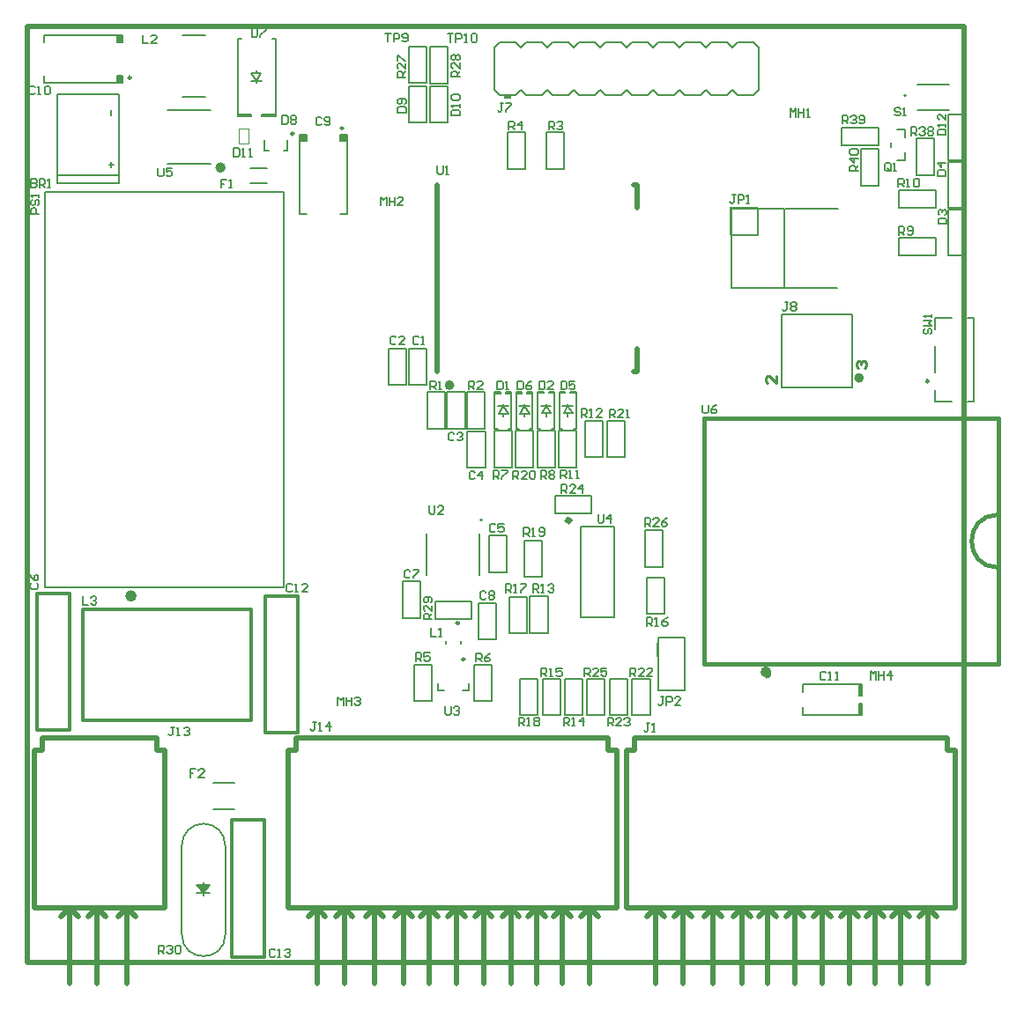
<source format=gto>
G04*
G04 #@! TF.GenerationSoftware,Altium Limited,Altium Designer,21.2.0 (30)*
G04*
G04 Layer_Color=65535*
%FSLAX44Y44*%
%MOMM*%
G71*
G04*
G04 #@! TF.SameCoordinates,3859F847-68DD-49E8-8EE8-84FD9F862EB9*
G04*
G04*
G04 #@! TF.FilePolarity,Positive*
G04*
G01*
G75*
%ADD10C,0.5000*%
%ADD11C,1.0000*%
%ADD12C,0.4000*%
%ADD13C,0.2000*%
%ADD14C,0.2500*%
%ADD15C,0.1524*%
%ADD16C,0.1270*%
%ADD17C,0.3000*%
%ADD18C,0.1500*%
%ADD19C,0.1778*%
%ADD20C,0.1000*%
%ADD21C,0.2540*%
%ADD22C,0.1800*%
%ADD23R,0.2540X1.3970*%
%ADD24R,0.2540X2.7940*%
%ADD25R,2.6289X0.2540*%
%ADD26R,0.8000X0.3600*%
%ADD27R,0.5500X0.6750*%
%ADD28R,0.6750X0.5500*%
G36*
X802249Y248495D02*
Y237495D01*
X799249D01*
Y248495D01*
X802249D01*
D02*
G37*
G36*
X802300Y256300D02*
Y267300D01*
X799300D01*
Y256300D01*
X802300D01*
D02*
G37*
D10*
X102900Y352200D02*
G03*
X102900Y352200I-3000J0D01*
G01*
X801600Y561897D02*
G03*
X801600Y561897I-2164J0D01*
G01*
X408015Y554850D02*
G03*
X408015Y554850I-2115J0D01*
G01*
X521763Y424700D02*
G03*
X521763Y424700I-1513J0D01*
G01*
X188432Y764050D02*
G03*
X188432Y764050I-2482J0D01*
G01*
X865600Y-20250D02*
Y52350D01*
X839350Y-20250D02*
Y52350D01*
X831000Y44000D02*
X839350Y52350D01*
X847700Y44000D01*
X857250D02*
X865600Y52350D01*
X873950Y44000D01*
X790000Y-20250D02*
Y52350D01*
X763750Y-20250D02*
Y52350D01*
X737750Y-20250D02*
Y52350D01*
X711500Y-20250D02*
Y52350D01*
X686800Y-20250D02*
Y52350D01*
X658800Y-20250D02*
Y52350D01*
X629950Y-20250D02*
Y52350D01*
X603750Y-20250D02*
Y52350D01*
X806450Y44050D02*
X814800Y52400D01*
X823150Y44050D01*
X583850Y204000D02*
Y215550D01*
X575850Y204000D02*
X583850D01*
Y215550D02*
X883850D01*
Y203850D02*
Y215550D01*
Y203850D02*
X892000D01*
Y52400D02*
Y203850D01*
X575850Y52400D02*
X892000D01*
X575850D02*
Y204000D01*
X814800Y-20200D02*
Y52400D01*
X595400Y44000D02*
X603750Y52350D01*
X612100Y44000D01*
X621600D02*
X629950Y52350D01*
X638300Y44000D01*
X650450D02*
X658800Y52350D01*
X667150Y44000D01*
X678450D02*
X686800Y52350D01*
X695150Y44000D01*
X703150D02*
X711500Y52350D01*
X719850Y44000D01*
X729400D02*
X737750Y52350D01*
X746100Y44000D01*
X755400D02*
X763750Y52350D01*
X772100Y44000D01*
X781650D02*
X790000Y52350D01*
X798350Y44000D01*
X96150Y-20300D02*
Y52300D01*
X67300Y-20300D02*
Y52300D01*
X41100Y-20300D02*
Y52300D01*
X14850Y204000D02*
Y215550D01*
X6850Y204000D02*
X14850D01*
Y215550D02*
X124450D01*
Y203850D02*
Y215550D01*
Y203850D02*
X132350D01*
X6850Y52400D02*
X132350D01*
X6850D02*
Y204000D01*
X32750Y43950D02*
X41100Y52300D01*
X49450Y43950D01*
X58950D02*
X67300Y52300D01*
X75650Y43950D01*
X87800D02*
X96150Y52300D01*
X104500Y43950D01*
X132350Y52400D02*
Y203850D01*
X582750Y747700D02*
X586250D01*
X582750D02*
X586250D01*
Y725200D02*
Y747700D01*
Y725200D02*
Y747700D01*
Y567700D02*
Y590200D01*
Y567700D02*
Y590200D01*
X582750Y567700D02*
X586250D01*
X582750D02*
X586250D01*
X394250D02*
Y747700D01*
Y567700D02*
Y747700D01*
X464800Y52350D02*
X473150Y44000D01*
X456450D02*
X464800Y52350D01*
X438550D02*
X446900Y44000D01*
X430200D02*
X438550Y52350D01*
X412550D02*
X420900Y44000D01*
X404200D02*
X412550Y52350D01*
X386300D02*
X394650Y44000D01*
X377950D02*
X386300Y52350D01*
X361600D02*
X369950Y44000D01*
X353250D02*
X361600Y52350D01*
X333600D02*
X341950Y44000D01*
X325250D02*
X333600Y52350D01*
X304750D02*
X313100Y44000D01*
X296400D02*
X304750Y52350D01*
X278550D02*
X286900Y44000D01*
X270200D02*
X278550Y52350D01*
X489600Y-20200D02*
Y52400D01*
X250650D02*
Y204000D01*
Y52400D02*
X566800D01*
Y203850D01*
X558650D02*
X566800D01*
X558650D02*
Y215550D01*
X258650D02*
X558650D01*
X250650Y204000D02*
X258650D01*
Y215550D01*
X489600Y52400D02*
X497950Y44050D01*
X481250D02*
X489600Y52400D01*
X278550Y-20250D02*
Y52350D01*
X304750Y-20250D02*
Y52350D01*
X333600Y-20250D02*
Y52350D01*
X361600Y-20250D02*
Y52350D01*
X386300Y-20250D02*
Y52350D01*
X412550Y-20250D02*
Y52350D01*
X438550Y-20250D02*
Y52350D01*
X464800Y-20250D02*
Y52350D01*
X540400D02*
X548750Y44000D01*
X532050D02*
X540400Y52350D01*
X514150D02*
X522500Y44000D01*
X505800D02*
X514150Y52350D01*
Y-20250D02*
Y52350D01*
X540400Y-20250D02*
Y52350D01*
X0Y900000D02*
X900000D01*
X0Y0D02*
X900000D01*
X0D02*
Y900000D01*
X900000D02*
X900000Y0D01*
D11*
X709899Y279124D02*
G03*
X710400Y279100I218J-704D01*
G01*
D12*
X932950Y430300D02*
G03*
X932950Y379500I0J-25400D01*
G01*
X650756Y286800D02*
Y523100D01*
X932950Y286800D02*
Y411250D01*
Y523100D01*
X650756D02*
X932950D01*
X650756Y286800D02*
X932950D01*
D13*
X437500Y425250D02*
G03*
X437500Y425250I-1000J0D01*
G01*
X844500Y833500D02*
G03*
X844500Y833500I-1000J0D01*
G01*
X593900Y380100D02*
Y415100D01*
X610900D01*
Y380100D02*
Y415100D01*
X593900Y380100D02*
X610900D01*
X507200Y476000D02*
Y511000D01*
X490200Y476000D02*
X507200D01*
X490200D02*
Y511000D01*
X507200D01*
X465700Y475800D02*
Y510800D01*
X448700Y475800D02*
X465700D01*
X448700D02*
Y510800D01*
X465700D01*
X536400Y485500D02*
Y520500D01*
X553400D01*
Y485500D02*
Y520500D01*
X536400Y485500D02*
X553400D01*
X498600Y524725D02*
Y527725D01*
Y534725D02*
Y536725D01*
X494600Y527725D02*
X503600D01*
X498600Y534725D02*
X503600Y527725D01*
X494600D02*
X498600Y534725D01*
X493600D02*
X503600D01*
X477800Y524600D02*
Y527600D01*
Y534600D02*
Y536600D01*
X473800Y527600D02*
X482800D01*
X477800Y534600D02*
X482800Y527600D01*
X473800D02*
X477800Y534600D01*
X472800D02*
X482800D01*
X507200Y448200D02*
X542200D01*
Y431200D02*
Y448200D01*
X507200Y431200D02*
X542200D01*
X507200D02*
Y448200D01*
X612400Y334900D02*
Y369900D01*
X595400Y334900D02*
X612400D01*
X595400D02*
Y369900D01*
X612400D01*
X581500Y237700D02*
Y272700D01*
X598500D01*
Y237700D02*
Y272700D01*
X581500Y237700D02*
X598500D01*
X576800Y237700D02*
Y272700D01*
X559800Y237700D02*
X576800D01*
X559800D02*
Y272700D01*
X576800D01*
X555275Y237700D02*
Y272700D01*
X538275Y237700D02*
X555275D01*
X538275D02*
Y272700D01*
X555275D01*
X533750Y237700D02*
Y272700D01*
X516750Y237700D02*
X533750D01*
X516750D02*
Y272700D01*
X533750D01*
X512225Y237700D02*
Y272700D01*
X495225Y237700D02*
X512225D01*
X495225D02*
Y272700D01*
X512225D01*
X473700Y237700D02*
Y272700D01*
X490700D01*
Y237700D02*
Y272700D01*
X473700Y237700D02*
X490700D01*
X483300Y316600D02*
Y351600D01*
X500300D01*
Y316600D02*
Y351600D01*
X483300Y316600D02*
X500300D01*
X480100Y316500D02*
Y351500D01*
X463100Y316500D02*
X480100D01*
X463100D02*
Y351500D01*
X480100D01*
X478100Y370300D02*
X495100D01*
Y405300D01*
X478100D02*
X495100D01*
X478100Y370300D02*
Y405300D01*
X443900Y375100D02*
Y410100D01*
X460900D01*
Y375100D02*
Y410100D01*
X443900Y375100D02*
X460900D01*
X429900Y251200D02*
X446900D01*
Y286200D01*
X429900D02*
X446900D01*
X429900Y251200D02*
Y286200D01*
X745300Y259300D02*
Y267300D01*
X799300D01*
Y256300D02*
Y267300D01*
Y256300D02*
X802300D01*
Y267300D01*
X799300D02*
X802300D01*
X745249Y237495D02*
Y245495D01*
Y237495D02*
X799249D01*
Y248495D01*
X802249D01*
Y237495D02*
Y248495D01*
X799249Y237495D02*
X802249D01*
X725394Y552448D02*
Y622857D01*
X793034Y622857D01*
X725394Y552448D02*
X793034Y552448D01*
Y622857D01*
X837800Y679600D02*
X872800D01*
X837800D02*
Y696600D01*
X872800D01*
Y679600D02*
Y696600D01*
X783000Y785500D02*
X818000D01*
X783000D02*
Y802500D01*
X818000D01*
Y785500D02*
Y802500D01*
X837800Y725600D02*
X872800D01*
X837800D02*
Y742600D01*
X872800D01*
Y725600D02*
Y742600D01*
X854400Y757000D02*
Y792000D01*
X871400D01*
Y757000D02*
Y792000D01*
X854400Y757000D02*
X871400D01*
X885100Y771500D02*
Y815500D01*
X902100D01*
Y771500D02*
Y815500D01*
X885100Y771500D02*
X902100D01*
X499300Y762800D02*
X516300D01*
Y797800D01*
X499300D02*
X516300D01*
X499300Y762800D02*
Y797800D01*
X461400Y762800D02*
X478400D01*
Y797800D01*
X461400D02*
X478400D01*
X461400Y762800D02*
Y797800D01*
X387300Y845100D02*
Y880100D01*
X404300D01*
Y845100D02*
Y880100D01*
X387300Y845100D02*
X404300D01*
X366900Y845200D02*
Y880200D01*
X383900D01*
Y845200D02*
Y880200D01*
X366900Y845200D02*
X383900D01*
X404200Y807500D02*
Y842500D01*
X387200Y807500D02*
X404200D01*
X387200D02*
Y842500D01*
X404200D01*
X384000Y807500D02*
Y842500D01*
X367000Y807500D02*
X384000D01*
X367000D02*
Y842500D01*
X384000D01*
X361000Y331100D02*
Y366100D01*
X378000D01*
Y331100D02*
Y366100D01*
X361000Y331100D02*
X378000D01*
X702700Y838600D02*
Y879400D01*
X697700Y833600D02*
X702700Y838600D01*
X697700Y884400D02*
X702700Y879400D01*
X682300Y884400D02*
X697700D01*
X682300Y833600D02*
X697700D01*
X677300Y838600D02*
X682300Y833600D01*
X677300Y879400D02*
X682300Y884400D01*
X672300Y833600D02*
X677300Y838600D01*
X672300Y884400D02*
X677300Y879400D01*
X656900Y884400D02*
X672300D01*
X656900Y833600D02*
X672300D01*
X651900Y838600D02*
X656900Y833600D01*
X651900Y879400D02*
X656900Y884400D01*
X646900Y833600D02*
X651900Y838600D01*
X646900Y884400D02*
X651900Y879400D01*
X631500Y884400D02*
X646900D01*
X631500Y833600D02*
X646900D01*
X626500Y879400D02*
X631500Y884400D01*
X626500Y838600D02*
X631500Y833600D01*
X621500D02*
X626500Y838600D01*
X621500Y884400D02*
X626500Y879400D01*
X606100Y833600D02*
X621500D01*
X606100Y884400D02*
X621500D01*
X601100Y838600D02*
X606100Y833600D01*
X601100Y879400D02*
X606100Y884400D01*
X596100Y833600D02*
X601100Y838600D01*
X596100Y884400D02*
X601100Y879400D01*
X580700Y884400D02*
X596100D01*
X580700Y833600D02*
X596100D01*
X575700Y838600D02*
X580700Y833600D01*
X575700Y879400D02*
X580700Y884400D01*
X570700D02*
X575700Y879400D01*
X570700Y833600D02*
X575700Y838600D01*
X555300Y833600D02*
X570700D01*
X555300Y884400D02*
X570700D01*
X550300Y838600D02*
X555300Y833600D01*
X550300Y879400D02*
X555300Y884400D01*
X545300Y833600D02*
X550300Y838600D01*
X545300Y884400D02*
X550300Y879400D01*
X529900Y833600D02*
X545300D01*
X529900Y884400D02*
X545300D01*
X524900Y838600D02*
X529900Y833600D01*
X524900Y879400D02*
X529900Y884400D01*
X519900D02*
X524900Y879400D01*
X519900Y833600D02*
X524900Y838600D01*
X504500Y833600D02*
X519900D01*
X504500Y884400D02*
X519900D01*
X499500Y879400D02*
X504500Y884400D01*
X499500Y838600D02*
X504500Y833600D01*
X494500D02*
X499500Y838600D01*
X494500Y884400D02*
X499500Y879400D01*
X479100Y833600D02*
X494500D01*
X479100Y884400D02*
X494500D01*
X474100Y879400D02*
X479100Y884400D01*
X474100Y838600D02*
X479100Y833600D01*
X469100D02*
X474100Y838600D01*
X469100Y884400D02*
X474100Y879400D01*
X453700Y833600D02*
X469100D01*
X453700Y884400D02*
X469100D01*
X448700Y879400D02*
X453700Y884400D01*
X448700Y838600D02*
X453700Y833600D01*
X448700Y838600D02*
Y879400D01*
X532200Y331750D02*
X564200D01*
X532200Y419250D02*
X564200D01*
Y331750D02*
Y419250D01*
X532200Y331750D02*
Y419250D01*
X372300Y251100D02*
Y286100D01*
X389300D01*
Y251100D02*
Y286100D01*
X372300Y251100D02*
X389300D01*
X424700Y261400D02*
Y268400D01*
X418700Y261400D02*
X424700D01*
X394700D02*
Y268400D01*
Y261400D02*
X400700D01*
X416700Y305970D02*
Y309230D01*
X402700Y305970D02*
Y309230D01*
X433400Y345200D02*
X450400D01*
X433400Y310200D02*
Y345200D01*
Y310200D02*
X450400D01*
Y345200D01*
X392100Y346600D02*
X427100D01*
Y329600D02*
Y346600D01*
X392100Y329600D02*
X427100D01*
X392100D02*
Y346600D01*
X528100Y476000D02*
Y511000D01*
X511100Y476000D02*
X528100D01*
X511100D02*
Y511000D01*
X528100D01*
X514600Y534700D02*
X524600D01*
X515600Y527700D02*
X519600Y534700D01*
X524600Y527700D01*
X515600D02*
X524600D01*
X519600Y534700D02*
Y536700D01*
Y524700D02*
Y527700D01*
X452300Y534575D02*
X462300D01*
X453300Y527575D02*
X457300Y534575D01*
X462300Y527575D01*
X453300D02*
X462300D01*
X457300Y534575D02*
Y536575D01*
Y524575D02*
Y527575D01*
X469400Y510900D02*
X486400D01*
X469400Y475900D02*
Y510900D01*
Y475900D02*
X486400D01*
Y510900D01*
X557600Y485500D02*
X574600D01*
Y520500D01*
X557600D02*
X574600D01*
X557600Y485500D02*
Y520500D01*
X423100Y513100D02*
X440100D01*
Y548100D01*
X423100D02*
X440100D01*
X423100Y513100D02*
Y548100D01*
X384300Y548100D02*
X401300D01*
X384300Y513100D02*
Y548100D01*
Y513100D02*
X401300D01*
Y548100D01*
X423200Y475500D02*
Y510500D01*
X440200D01*
Y475500D02*
Y510500D01*
X423200Y475500D02*
X440200D01*
X403700Y513100D02*
Y548100D01*
X420700D01*
Y513100D02*
Y548100D01*
X403700Y513100D02*
X420700D01*
X347400Y554900D02*
Y589900D01*
X364400D01*
Y554900D02*
Y589900D01*
X347400Y554900D02*
X364400D01*
X366900D02*
Y589900D01*
X383900D01*
Y554900D02*
Y589900D01*
X366900Y554900D02*
X383900D01*
X872250Y539350D02*
Y550350D01*
Y566850D02*
Y592350D01*
Y608850D02*
Y619850D01*
X903750D02*
X909750D01*
X872250D02*
X888250D01*
X909750Y539350D02*
Y619850D01*
X903750Y539350D02*
X909750D01*
X872250D02*
X888250D01*
X885200Y725500D02*
X902200D01*
Y769500D01*
X885200D02*
X902200D01*
X885200Y725500D02*
Y769500D01*
X885300Y679500D02*
X902300D01*
Y723500D01*
X885300D02*
X902300D01*
X885300Y679500D02*
Y723500D01*
X829700Y783400D02*
Y788400D01*
X835700Y800400D02*
X843700D01*
Y793150D02*
Y800400D01*
X835700Y771400D02*
X843700D01*
Y778650D01*
X801300Y781900D02*
X818300D01*
X801300Y746900D02*
Y781900D01*
Y746900D02*
X818300D01*
Y781900D01*
X86550Y852050D02*
X92050D01*
X86550Y845300D02*
Y852050D01*
Y884550D02*
Y891300D01*
Y884550D02*
X92050D01*
X16050D02*
Y891300D01*
X92050Y884550D02*
Y891300D01*
X16050Y845300D02*
Y852050D01*
X92050Y845300D02*
Y852050D01*
X16050Y891300D02*
X92050D01*
X16050Y845300D02*
X92050D01*
X214300Y763250D02*
X230300D01*
X214300Y748750D02*
X230300D01*
X149000Y831700D02*
X171000D01*
X149000Y891700D02*
X171000D01*
X202700Y813600D02*
X215700D01*
X202700D02*
Y887600D01*
X215700Y813600D02*
Y815100D01*
X202700D02*
X215700D01*
X225700D02*
X238700D01*
X225700Y813600D02*
Y815100D01*
X202700Y887600D02*
X205950D01*
X225700Y813600D02*
X238700D01*
X235450Y887600D02*
X238700D01*
Y813600D02*
Y887600D01*
X215700Y847600D02*
X225700D01*
X220700D02*
X224700Y854600D01*
X215700D02*
X220700Y847600D01*
X215700Y854600D02*
X224700D01*
X220700Y845600D02*
Y847600D01*
Y854600D02*
Y857600D01*
X228400Y780450D02*
X231900D01*
X228400D02*
Y790450D01*
X246900Y780450D02*
X250400D01*
Y790450D01*
X301050Y790000D02*
Y795500D01*
Y790000D02*
X307800D01*
X261800D02*
X268550D01*
Y795500D01*
X261800Y719500D02*
X268550D01*
X261800Y795500D02*
X268550D01*
X301050Y719500D02*
X307800D01*
X301050Y795500D02*
X307800D01*
X261800Y719500D02*
Y795500D01*
X307800Y719500D02*
Y795500D01*
D14*
X420600Y291300D02*
G03*
X420600Y291300I-1250J0D01*
G01*
X414950Y326100D02*
G03*
X414950Y326100I-1250J0D01*
G01*
X866300Y558600D02*
G03*
X866300Y558600I-1250J0D01*
G01*
X99800Y850550D02*
G03*
X99800Y850550I-1250J0D01*
G01*
X256150Y796700D02*
G03*
X256150Y796700I-1250J0D01*
G01*
X303800Y802000D02*
G03*
X303800Y802000I-1250J0D01*
G01*
D15*
X148772Y26674D02*
G03*
X190428Y26674I20828J0D01*
G01*
Y112526D02*
G03*
X169600Y133354I-20828J0D01*
G01*
D02*
G03*
X148772Y112526I0J-20828D01*
G01*
X190428Y26674D02*
Y112526D01*
X148772Y26674D02*
Y112526D01*
X163000Y74496D02*
X175700D01*
X169350Y66876D02*
X170620Y74496D01*
X169350Y66876D02*
X171890Y74496D01*
X169350Y66876D02*
X173160Y74496D01*
X169350Y66876D02*
X174430Y74496D01*
X169350Y66876D02*
X175700Y74496D01*
X168080D02*
X169350Y66876D01*
X166810Y74496D02*
X169350Y66876D01*
X165540Y74496D02*
X169350Y66876D01*
X164270Y74496D02*
X169350Y66876D01*
X163000Y74496D02*
X169350Y66876D01*
X163000D02*
X175700D01*
X169350Y64336D02*
Y77036D01*
X134680Y819520D02*
X176720D01*
X134680Y767480D02*
X176720D01*
D16*
X16900Y360200D02*
X246900D01*
Y740200D01*
X16900D02*
X246900D01*
X16900Y360200D02*
Y740200D01*
X434650Y372250D02*
Y412250D01*
X384250Y372250D02*
Y412250D01*
X179200Y146800D02*
X199200D01*
X179200Y172200D02*
X199200D01*
X855500Y844000D02*
X885500D01*
X855500Y819000D02*
X885500D01*
X81150Y814200D02*
Y819200D01*
Y764200D02*
Y769200D01*
X78650Y766700D02*
X83650D01*
X29250Y756700D02*
X88200D01*
Y749204D02*
Y756700D01*
X29200Y834204D02*
X88200D01*
Y756700D02*
Y834204D01*
X29200Y749204D02*
Y834204D01*
Y749204D02*
X88200D01*
D17*
X9650Y223300D02*
X40600D01*
Y354800D01*
X9650D02*
X40600D01*
X9650Y223300D02*
Y354800D01*
X215500Y232950D02*
Y338950D01*
X53950Y232950D02*
X215500D01*
X53950D02*
Y338950D01*
X215500D01*
X259850Y220500D02*
Y352000D01*
X228900Y220500D02*
X259850D01*
X228900D02*
Y352000D01*
X259850D01*
X196950Y5200D02*
Y136550D01*
X227900D01*
Y5200D02*
Y136550D01*
X196950Y5200D02*
X227900D01*
D18*
X490600Y548505D02*
X496060D01*
Y547235D02*
Y548505D01*
X491870Y547235D02*
X496060D01*
X490600Y512945D02*
X493350D01*
X490600D02*
Y548505D01*
X491870Y547235D01*
X501140Y548505D02*
X506600D01*
X501140Y547235D02*
Y548505D01*
Y547235D02*
X505330D01*
X503850Y512945D02*
X506600D01*
Y548505D01*
X505330Y547235D02*
X506600Y548505D01*
X469800Y548380D02*
X475260D01*
Y547110D02*
Y548380D01*
X471070Y547110D02*
X475260D01*
X469800Y512820D02*
X472550D01*
X469800D02*
Y548380D01*
X471070Y547110D01*
X480340Y548380D02*
X485800D01*
X480340Y547110D02*
Y548380D01*
Y547110D02*
X484530D01*
X483050Y512820D02*
X485800D01*
Y548380D01*
X484530Y547110D02*
X485800Y548380D01*
X526330Y547210D02*
X527600Y548480D01*
Y512920D02*
Y548480D01*
X524850Y512920D02*
X527600D01*
X522140Y547210D02*
X526330D01*
X522140D02*
Y548480D01*
X527600D01*
X511600D02*
X512870Y547210D01*
X511600Y512920D02*
Y548480D01*
Y512920D02*
X514350D01*
X512870Y547210D02*
X517060D01*
Y548480D01*
X511600D02*
X517060D01*
X464030Y547085D02*
X465300Y548355D01*
Y512795D02*
Y548355D01*
X462550Y512795D02*
X465300D01*
X459840Y547085D02*
X464030D01*
X459840D02*
Y548355D01*
X465300D01*
X449300D02*
X450570Y547085D01*
X449300Y512795D02*
Y548355D01*
Y512795D02*
X452050D01*
X450570Y547085D02*
X454760D01*
Y548355D01*
X449300D02*
X454760D01*
D19*
X606600Y312300D02*
X632000D01*
X606600Y261500D02*
Y312300D01*
Y261500D02*
X632000D01*
Y312300D01*
X727800Y648300D02*
X778600D01*
X728689Y724498D02*
X779489D01*
X677000Y699100D02*
X702400Y699100D01*
Y724500D01*
X677000D02*
X727800D01*
Y648300D02*
Y724500D01*
X677000Y648300D02*
X727800D01*
X677000D02*
Y724500D01*
D20*
X212550Y787250D02*
Y801700D01*
X203100Y787250D02*
Y801700D01*
X212550D01*
X203100Y787250D02*
X212550D01*
D21*
X798318Y571701D02*
X796652Y573367D01*
Y576700D01*
X798318Y578366D01*
X799984D01*
X801650Y576700D01*
Y575033D01*
Y576700D01*
X803316Y578366D01*
X804983D01*
X806649Y576700D01*
Y573367D01*
X804983Y571701D01*
X719929Y563719D02*
Y557054D01*
X713264Y563719D01*
X711598D01*
X709932Y562052D01*
Y558720D01*
X711598Y557054D01*
D22*
X810337Y271901D02*
Y279899D01*
X813003Y277233D01*
X815668Y279899D01*
Y271901D01*
X818334Y279899D02*
Y271901D01*
Y275900D01*
X823666D01*
Y279899D01*
Y271901D01*
X830330D02*
Y279899D01*
X826332Y275900D01*
X831663D01*
X298637Y247001D02*
Y254999D01*
X301303Y252333D01*
X303968Y254999D01*
Y247001D01*
X306634Y254999D02*
Y247001D01*
Y251000D01*
X311966D01*
Y254999D01*
Y247001D01*
X314632Y253666D02*
X315965Y254999D01*
X318630D01*
X319963Y253666D01*
Y252333D01*
X318630Y251000D01*
X317297D01*
X318630D01*
X319963Y249667D01*
Y248334D01*
X318630Y247001D01*
X315965D01*
X314632Y248334D01*
X798499Y760537D02*
X790501D01*
Y764536D01*
X791834Y765868D01*
X794500D01*
X795833Y764536D01*
Y760537D01*
Y763203D02*
X798499Y765868D01*
Y772533D02*
X790501D01*
X794500Y768534D01*
Y773866D01*
X791834Y776532D02*
X790501Y777865D01*
Y780530D01*
X791834Y781863D01*
X797166D01*
X798499Y780530D01*
Y777865D01*
X797166Y776532D01*
X791834D01*
X783337Y806301D02*
Y814299D01*
X787336D01*
X788668Y812966D01*
Y810300D01*
X787336Y808967D01*
X783337D01*
X786003D02*
X788668Y806301D01*
X791334Y812966D02*
X792667Y814299D01*
X795333D01*
X796666Y812966D01*
Y811633D01*
X795333Y810300D01*
X794000D01*
X795333D01*
X796666Y808967D01*
Y807634D01*
X795333Y806301D01*
X792667D01*
X791334Y807634D01*
X799332D02*
X800665Y806301D01*
X803330D01*
X804663Y807634D01*
Y812966D01*
X803330Y814299D01*
X800665D01*
X799332Y812966D01*
Y811633D01*
X800665Y810300D01*
X804663D01*
X849537Y795001D02*
Y802999D01*
X853536D01*
X854868Y801666D01*
Y799000D01*
X853536Y797667D01*
X849537D01*
X852203D02*
X854868Y795001D01*
X857534Y801666D02*
X858867Y802999D01*
X861533D01*
X862866Y801666D01*
Y800333D01*
X861533Y799000D01*
X860200D01*
X861533D01*
X862866Y797667D01*
Y796334D01*
X861533Y795001D01*
X858867D01*
X857534Y796334D01*
X865532Y801666D02*
X866864Y802999D01*
X869530D01*
X870863Y801666D01*
Y800333D01*
X869530Y799000D01*
X870863Y797667D01*
Y796334D01*
X869530Y795001D01*
X866864D01*
X865532Y796334D01*
Y797667D01*
X866864Y799000D01*
X865532Y800333D01*
Y801666D01*
X866864Y799000D02*
X869530D01*
X829700Y762034D02*
Y767366D01*
X828367Y768699D01*
X825701D01*
X824368Y767366D01*
Y762034D01*
X825701Y760701D01*
X828367D01*
X827034Y763367D02*
X829700Y760701D01*
X828367D02*
X829700Y762034D01*
X832366Y760701D02*
X835032D01*
X833699D01*
Y768699D01*
X832366Y767366D01*
X874901Y795503D02*
X882899D01*
Y799502D01*
X881566Y800835D01*
X876234D01*
X874901Y799502D01*
Y795503D01*
X882899Y803501D02*
Y806167D01*
Y804834D01*
X874901D01*
X876234Y803501D01*
X882899Y815497D02*
Y810165D01*
X877567Y815497D01*
X876234D01*
X874901Y814164D01*
Y811498D01*
X876234Y810165D01*
X649236Y535899D02*
Y529234D01*
X650568Y527901D01*
X653234D01*
X654567Y529234D01*
Y535899D01*
X662564D02*
X659899Y534566D01*
X657233Y531900D01*
Y529234D01*
X658566Y527901D01*
X661232D01*
X662564Y529234D01*
Y530567D01*
X661232Y531900D01*
X657233D01*
X125836Y763699D02*
Y757034D01*
X127168Y755701D01*
X129834D01*
X131167Y757034D01*
Y763699D01*
X139164D02*
X133833D01*
Y759700D01*
X136499Y761033D01*
X137832D01*
X139164Y759700D01*
Y757034D01*
X137832Y755701D01*
X135166D01*
X133833Y757034D01*
X548535Y430399D02*
Y423734D01*
X549868Y422401D01*
X552534D01*
X553867Y423734D01*
Y430399D01*
X560532Y422401D02*
Y430399D01*
X556533Y426400D01*
X561865D01*
X401936Y245999D02*
Y239334D01*
X403268Y238001D01*
X405934D01*
X407267Y239334D01*
Y245999D01*
X409933Y244666D02*
X411266Y245999D01*
X413932D01*
X415265Y244666D01*
Y243333D01*
X413932Y242000D01*
X412599D01*
X413932D01*
X415265Y240667D01*
Y239334D01*
X413932Y238001D01*
X411266D01*
X409933Y239334D01*
X386535Y438799D02*
Y432134D01*
X387868Y430801D01*
X390534D01*
X391867Y432134D01*
Y438799D01*
X399865Y430801D02*
X394533D01*
X399865Y436133D01*
Y437466D01*
X398532Y438799D01*
X395866D01*
X394533Y437466D01*
X394368Y765599D02*
Y758934D01*
X395701Y757601D01*
X398367D01*
X399700Y758934D01*
Y765599D01*
X402366Y757601D02*
X405032D01*
X403699D01*
Y765599D01*
X402366Y764266D01*
X404204Y892899D02*
X409536D01*
X406870D01*
Y884901D01*
X412202D02*
Y892899D01*
X416201D01*
X417534Y891566D01*
Y888900D01*
X416201Y887567D01*
X412202D01*
X420199Y884901D02*
X422865D01*
X421532D01*
Y892899D01*
X420199Y891566D01*
X426864D02*
X428197Y892899D01*
X430863D01*
X432196Y891566D01*
Y886234D01*
X430863Y884901D01*
X428197D01*
X426864Y886234D01*
Y891566D01*
X344337Y892999D02*
X349668D01*
X347003D01*
Y885001D01*
X352334D02*
Y892999D01*
X356333D01*
X357666Y891666D01*
Y889000D01*
X356333Y887667D01*
X352334D01*
X360332Y886334D02*
X361665Y885001D01*
X364330D01*
X365663Y886334D01*
Y891666D01*
X364330Y892999D01*
X361665D01*
X360332Y891666D01*
Y890333D01*
X361665Y889000D01*
X365663D01*
X862734Y609401D02*
X861401Y608068D01*
Y605403D01*
X862734Y604070D01*
X864067D01*
X865400Y605403D01*
Y608068D01*
X866733Y609401D01*
X868066D01*
X869399Y608068D01*
Y605403D01*
X868066Y604070D01*
X861401Y612067D02*
X869399D01*
X866733Y614733D01*
X869399Y617399D01*
X861401D01*
X869399Y620065D02*
Y622730D01*
Y621397D01*
X861401D01*
X862734Y620065D01*
X839000Y820566D02*
X837667Y821899D01*
X835001D01*
X833668Y820566D01*
Y819233D01*
X835001Y817900D01*
X837667D01*
X839000Y816567D01*
Y815234D01*
X837667Y813901D01*
X835001D01*
X833668Y815234D01*
X841666Y813901D02*
X844332D01*
X842999D01*
Y821899D01*
X841666Y820566D01*
X126437Y8201D02*
Y16199D01*
X130435D01*
X131768Y14866D01*
Y12200D01*
X130435Y10867D01*
X126437D01*
X129103D02*
X131768Y8201D01*
X134434Y14866D02*
X135767Y16199D01*
X138433D01*
X139766Y14866D01*
Y13533D01*
X138433Y12200D01*
X137100D01*
X138433D01*
X139766Y10867D01*
Y9534D01*
X138433Y8201D01*
X135767D01*
X134434Y9534D01*
X142432Y14866D02*
X143764Y16199D01*
X146430D01*
X147763Y14866D01*
Y9534D01*
X146430Y8201D01*
X143764D01*
X142432Y9534D01*
Y14866D01*
X389199Y329737D02*
X381201D01*
Y333736D01*
X382534Y335068D01*
X385200D01*
X386533Y333736D01*
Y329737D01*
Y332403D02*
X389199Y335068D01*
Y343066D02*
Y337734D01*
X383867Y343066D01*
X382534D01*
X381201Y341733D01*
Y339067D01*
X382534Y337734D01*
X387866Y345732D02*
X389199Y347065D01*
Y349730D01*
X387866Y351063D01*
X382534D01*
X381201Y349730D01*
Y347065D01*
X382534Y345732D01*
X383867D01*
X385200Y347065D01*
Y351063D01*
X415799Y851337D02*
X407801D01*
Y855335D01*
X409134Y856668D01*
X411800D01*
X413133Y855335D01*
Y851337D01*
Y854003D02*
X415799Y856668D01*
Y864666D02*
Y859334D01*
X410467Y864666D01*
X409134D01*
X407801Y863333D01*
Y860667D01*
X409134Y859334D01*
Y867332D02*
X407801Y868664D01*
Y871330D01*
X409134Y872663D01*
X410467D01*
X411800Y871330D01*
X413133Y872663D01*
X414466D01*
X415799Y871330D01*
Y868664D01*
X414466Y867332D01*
X413133D01*
X411800Y868664D01*
X410467Y867332D01*
X409134D01*
X411800Y868664D02*
Y871330D01*
X363599Y850937D02*
X355601D01*
Y854936D01*
X356934Y856268D01*
X359600D01*
X360933Y854936D01*
Y850937D01*
Y853603D02*
X363599Y856268D01*
Y864266D02*
Y858934D01*
X358267Y864266D01*
X356934D01*
X355601Y862933D01*
Y860267D01*
X356934Y858934D01*
X355601Y866932D02*
Y872263D01*
X356934D01*
X362266Y866932D01*
X363599D01*
X593637Y419101D02*
Y427099D01*
X597635D01*
X598968Y425766D01*
Y423100D01*
X597635Y421767D01*
X593637D01*
X596303D02*
X598968Y419101D01*
X606966D02*
X601634D01*
X606966Y424433D01*
Y425766D01*
X605633Y427099D01*
X602967D01*
X601634Y425766D01*
X614963Y427099D02*
X612297Y425766D01*
X609632Y423100D01*
Y420434D01*
X610965Y419101D01*
X613630D01*
X614963Y420434D01*
Y421767D01*
X613630Y423100D01*
X609632D01*
X535637Y274901D02*
Y282899D01*
X539636D01*
X540968Y281566D01*
Y278900D01*
X539636Y277567D01*
X535637D01*
X538303D02*
X540968Y274901D01*
X548966D02*
X543634D01*
X548966Y280233D01*
Y281566D01*
X547633Y282899D01*
X544967D01*
X543634Y281566D01*
X556963Y282899D02*
X551632D01*
Y278900D01*
X554297Y280233D01*
X555630D01*
X556963Y278900D01*
Y276234D01*
X555630Y274901D01*
X552965D01*
X551632Y276234D01*
X513537Y451301D02*
Y459299D01*
X517536D01*
X518868Y457966D01*
Y455300D01*
X517536Y453967D01*
X513537D01*
X516203D02*
X518868Y451301D01*
X526866D02*
X521534D01*
X526866Y456633D01*
Y457966D01*
X525533Y459299D01*
X522867D01*
X521534Y457966D01*
X533530Y451301D02*
Y459299D01*
X529532Y455300D01*
X534863D01*
X557837Y227201D02*
Y235199D01*
X561836D01*
X563168Y233866D01*
Y231200D01*
X561836Y229867D01*
X557837D01*
X560503D02*
X563168Y227201D01*
X571166D02*
X565834D01*
X571166Y232533D01*
Y233866D01*
X569833Y235199D01*
X567167D01*
X565834Y233866D01*
X573832D02*
X575164Y235199D01*
X577830D01*
X579163Y233866D01*
Y232533D01*
X577830Y231200D01*
X576497D01*
X577830D01*
X579163Y229867D01*
Y228534D01*
X577830Y227201D01*
X575164D01*
X573832Y228534D01*
X579537Y274901D02*
Y282899D01*
X583535D01*
X584868Y281566D01*
Y278900D01*
X583535Y277567D01*
X579537D01*
X582203D02*
X584868Y274901D01*
X592866D02*
X587534D01*
X592866Y280233D01*
Y281566D01*
X591533Y282899D01*
X588867D01*
X587534Y281566D01*
X600863Y274901D02*
X595532D01*
X600863Y280233D01*
Y281566D01*
X599530Y282899D01*
X596865D01*
X595532Y281566D01*
X559670Y523901D02*
Y531899D01*
X563668D01*
X565001Y530566D01*
Y527900D01*
X563668Y526567D01*
X559670D01*
X562336D02*
X565001Y523901D01*
X572999D02*
X567667D01*
X572999Y529233D01*
Y530566D01*
X571666Y531899D01*
X569000D01*
X567667Y530566D01*
X575664Y523901D02*
X578330D01*
X576997D01*
Y531899D01*
X575664Y530566D01*
X466937Y464601D02*
Y472599D01*
X470936D01*
X472268Y471266D01*
Y468600D01*
X470936Y467267D01*
X466937D01*
X469603D02*
X472268Y464601D01*
X480266D02*
X474934D01*
X480266Y469933D01*
Y471266D01*
X478933Y472599D01*
X476267D01*
X474934Y471266D01*
X482932D02*
X484264Y472599D01*
X486930D01*
X488263Y471266D01*
Y465934D01*
X486930Y464601D01*
X484264D01*
X482932Y465934D01*
Y471266D01*
X477203Y409701D02*
Y417699D01*
X481202D01*
X482535Y416366D01*
Y413700D01*
X481202Y412367D01*
X477203D01*
X479869D02*
X482535Y409701D01*
X485201D02*
X487866D01*
X486534D01*
Y417699D01*
X485201Y416366D01*
X491865Y411034D02*
X493198Y409701D01*
X495864D01*
X497197Y411034D01*
Y416366D01*
X495864Y417699D01*
X493198D01*
X491865Y416366D01*
Y415033D01*
X493198Y413700D01*
X497197D01*
X472403Y227401D02*
Y235399D01*
X476402D01*
X477735Y234066D01*
Y231400D01*
X476402Y230067D01*
X472403D01*
X475069D02*
X477735Y227401D01*
X480401D02*
X483066D01*
X481734D01*
Y235399D01*
X480401Y234066D01*
X487065D02*
X488398Y235399D01*
X491064D01*
X492397Y234066D01*
Y232733D01*
X491064Y231400D01*
X492397Y230067D01*
Y228734D01*
X491064Y227401D01*
X488398D01*
X487065Y228734D01*
Y230067D01*
X488398Y231400D01*
X487065Y232733D01*
Y234066D01*
X488398Y231400D02*
X491064D01*
X459903Y355501D02*
Y363499D01*
X463902D01*
X465235Y362166D01*
Y359500D01*
X463902Y358167D01*
X459903D01*
X462569D02*
X465235Y355501D01*
X467901D02*
X470566D01*
X469234D01*
Y363499D01*
X467901Y362166D01*
X474565Y363499D02*
X479897D01*
Y362166D01*
X474565Y356834D01*
Y355501D01*
X595503Y323401D02*
Y331399D01*
X599502D01*
X600835Y330066D01*
Y327400D01*
X599502Y326067D01*
X595503D01*
X598169D02*
X600835Y323401D01*
X603501D02*
X606166D01*
X604834D01*
Y331399D01*
X603501Y330066D01*
X615497Y331399D02*
X612831Y330066D01*
X610165Y327400D01*
Y324734D01*
X611498Y323401D01*
X614164D01*
X615497Y324734D01*
Y326067D01*
X614164Y327400D01*
X610165D01*
X494003Y274801D02*
Y282799D01*
X498002D01*
X499335Y281466D01*
Y278800D01*
X498002Y277467D01*
X494003D01*
X496669D02*
X499335Y274801D01*
X502001D02*
X504666D01*
X503334D01*
Y282799D01*
X502001Y281466D01*
X513997Y282799D02*
X508665D01*
Y278800D01*
X511331Y280133D01*
X512664D01*
X513997Y278800D01*
Y276134D01*
X512664Y274801D01*
X509998D01*
X508665Y276134D01*
X515703Y227401D02*
Y235399D01*
X519702D01*
X521035Y234066D01*
Y231400D01*
X519702Y230067D01*
X515703D01*
X518369D02*
X521035Y227401D01*
X523701D02*
X526366D01*
X525033D01*
Y235399D01*
X523701Y234066D01*
X534364Y227401D02*
Y235399D01*
X530365Y231400D01*
X535697D01*
X486003Y355801D02*
Y363799D01*
X490002D01*
X491335Y362466D01*
Y359800D01*
X490002Y358467D01*
X486003D01*
X488669D02*
X491335Y355801D01*
X494001D02*
X496666D01*
X495334D01*
Y363799D01*
X494001Y362466D01*
X500665D02*
X501998Y363799D01*
X504664D01*
X505997Y362466D01*
Y361133D01*
X504664Y359800D01*
X503331D01*
X504664D01*
X505997Y358467D01*
Y357134D01*
X504664Y355801D01*
X501998D01*
X500665Y357134D01*
X532503Y524101D02*
Y532099D01*
X536502D01*
X537835Y530766D01*
Y528100D01*
X536502Y526767D01*
X532503D01*
X535169D02*
X537835Y524101D01*
X540501D02*
X543167D01*
X541834D01*
Y532099D01*
X540501Y530766D01*
X552497Y524101D02*
X547165D01*
X552497Y529433D01*
Y530766D01*
X551164Y532099D01*
X548498D01*
X547165Y530766D01*
X512936Y465301D02*
Y473299D01*
X516935D01*
X518268Y471966D01*
Y469300D01*
X516935Y467967D01*
X512936D01*
X515602D02*
X518268Y465301D01*
X520934D02*
X523599D01*
X522267D01*
Y473299D01*
X520934Y471966D01*
X527598Y465301D02*
X530264D01*
X528931D01*
Y473299D01*
X527598Y471966D01*
X837203Y745401D02*
Y753399D01*
X841202D01*
X842535Y752066D01*
Y749400D01*
X841202Y748067D01*
X837203D01*
X839869D02*
X842535Y745401D01*
X845201D02*
X847867D01*
X846534D01*
Y753399D01*
X845201Y752066D01*
X851865D02*
X853198Y753399D01*
X855864D01*
X857197Y752066D01*
Y746734D01*
X855864Y745401D01*
X853198D01*
X851865Y746734D01*
Y752066D01*
X837736Y699401D02*
Y707399D01*
X841734D01*
X843067Y706066D01*
Y703400D01*
X841734Y702067D01*
X837736D01*
X840401D02*
X843067Y699401D01*
X845733Y700734D02*
X847066Y699401D01*
X849732D01*
X851065Y700734D01*
Y706066D01*
X849732Y707399D01*
X847066D01*
X845733Y706066D01*
Y704733D01*
X847066Y703400D01*
X851065D01*
X493635Y464801D02*
Y472799D01*
X497634D01*
X498967Y471466D01*
Y468800D01*
X497634Y467467D01*
X493635D01*
X496301D02*
X498967Y464801D01*
X501633Y471466D02*
X502966Y472799D01*
X505632D01*
X506964Y471466D01*
Y470133D01*
X505632Y468800D01*
X506964Y467467D01*
Y466134D01*
X505632Y464801D01*
X502966D01*
X501633Y466134D01*
Y467467D01*
X502966Y468800D01*
X501633Y470133D01*
Y471466D01*
X502966Y468800D02*
X505632D01*
X448036Y464801D02*
Y472799D01*
X452034D01*
X453367Y471466D01*
Y468800D01*
X452034Y467467D01*
X448036D01*
X450701D02*
X453367Y464801D01*
X456033Y472799D02*
X461365D01*
Y471466D01*
X456033Y466134D01*
Y464801D01*
X431535Y289001D02*
Y296999D01*
X435534D01*
X436867Y295666D01*
Y293000D01*
X435534Y291667D01*
X431535D01*
X434201D02*
X436867Y289001D01*
X444865Y296999D02*
X442199Y295666D01*
X439533Y293000D01*
Y290334D01*
X440866Y289001D01*
X443532D01*
X444865Y290334D01*
Y291667D01*
X443532Y293000D01*
X439533D01*
X373635Y289501D02*
Y297499D01*
X377634D01*
X378967Y296166D01*
Y293500D01*
X377634Y292167D01*
X373635D01*
X376301D02*
X378967Y289501D01*
X386964Y297499D02*
X381633D01*
Y293500D01*
X384299Y294833D01*
X385632D01*
X386964Y293500D01*
Y290834D01*
X385632Y289501D01*
X382966D01*
X381633Y290834D01*
X462935Y800601D02*
Y808599D01*
X466934D01*
X468267Y807266D01*
Y804600D01*
X466934Y803267D01*
X462935D01*
X465601D02*
X468267Y800601D01*
X474932D02*
Y808599D01*
X470933Y804600D01*
X476264D01*
X501236Y800501D02*
Y808499D01*
X505234D01*
X506567Y807166D01*
Y804500D01*
X505234Y803167D01*
X501236D01*
X503901D02*
X506567Y800501D01*
X509233Y807166D02*
X510566Y808499D01*
X513232D01*
X514565Y807166D01*
Y805833D01*
X513232Y804500D01*
X511899D01*
X513232D01*
X514565Y803167D01*
Y801834D01*
X513232Y800501D01*
X510566D01*
X509233Y801834D01*
X424436Y550901D02*
Y558899D01*
X428434D01*
X429767Y557566D01*
Y554900D01*
X428434Y553567D01*
X424436D01*
X427101D02*
X429767Y550901D01*
X437765D02*
X432433D01*
X437765Y556233D01*
Y557566D01*
X436432Y558899D01*
X433766D01*
X432433Y557566D01*
X387468Y551001D02*
Y558999D01*
X391467D01*
X392800Y557666D01*
Y555000D01*
X391467Y553667D01*
X387468D01*
X390134D02*
X392800Y551001D01*
X395466D02*
X398132D01*
X396799D01*
Y558999D01*
X395466Y557666D01*
X11699Y719770D02*
X3701D01*
Y723768D01*
X5034Y725101D01*
X7700D01*
X9033Y723768D01*
Y719770D01*
X5034Y733099D02*
X3701Y731766D01*
Y729100D01*
X5034Y727767D01*
X6367D01*
X7700Y729100D01*
Y731766D01*
X9033Y733099D01*
X10366D01*
X11699Y731766D01*
Y729100D01*
X10366Y727767D01*
X11699Y735764D02*
Y738430D01*
Y737097D01*
X3701D01*
X5034Y735764D01*
X340037Y727601D02*
Y735599D01*
X342703Y732933D01*
X345368Y735599D01*
Y727601D01*
X348034Y735599D02*
Y727601D01*
Y731600D01*
X353366D01*
Y735599D01*
Y727601D01*
X361363D02*
X356032D01*
X361363Y732933D01*
Y734266D01*
X360030Y735599D01*
X357365D01*
X356032Y734266D01*
X733270Y812701D02*
Y820699D01*
X735936Y818033D01*
X738601Y820699D01*
Y812701D01*
X741267Y820699D02*
Y812701D01*
Y816700D01*
X746599D01*
Y820699D01*
Y812701D01*
X749265D02*
X751930D01*
X750597D01*
Y820699D01*
X749265Y819366D01*
X53436Y351799D02*
Y343801D01*
X58767D01*
X61433Y350466D02*
X62766Y351799D01*
X65432D01*
X66764Y350466D01*
Y349133D01*
X65432Y347800D01*
X64099D01*
X65432D01*
X66764Y346467D01*
Y345134D01*
X65432Y343801D01*
X62766D01*
X61433Y345134D01*
X111035Y891699D02*
Y883701D01*
X116367D01*
X124365D02*
X119033D01*
X124365Y889033D01*
Y890366D01*
X123032Y891699D01*
X120366D01*
X119033Y890366D01*
X387768Y321299D02*
Y313301D01*
X393100D01*
X395766D02*
X398432D01*
X397099D01*
Y321299D01*
X395766Y319966D01*
X611768Y255399D02*
X609103D01*
X610435D01*
Y248734D01*
X609103Y247401D01*
X607770D01*
X606437Y248734D01*
X614434Y247401D02*
Y255399D01*
X618433D01*
X619766Y254066D01*
Y251400D01*
X618433Y250067D01*
X614434D01*
X627763Y247401D02*
X622432D01*
X627763Y252733D01*
Y254066D01*
X626430Y255399D01*
X623764D01*
X622432Y254066D01*
X680701Y737999D02*
X678036D01*
X679368D01*
Y731334D01*
X678036Y730001D01*
X676703D01*
X675370Y731334D01*
X683367Y730001D02*
Y737999D01*
X687366D01*
X688699Y736666D01*
Y734000D01*
X687366Y732667D01*
X683367D01*
X691365Y730001D02*
X694030D01*
X692697D01*
Y737999D01*
X691365Y736666D01*
X277635Y230499D02*
X274969D01*
X276302D01*
Y223834D01*
X274969Y222501D01*
X273636D01*
X272303Y223834D01*
X280301Y222501D02*
X282966D01*
X281633D01*
Y230499D01*
X280301Y229166D01*
X290964Y222501D02*
Y230499D01*
X286965Y226500D01*
X292297D01*
X141335Y226099D02*
X138669D01*
X140002D01*
Y219434D01*
X138669Y218101D01*
X137336D01*
X136003Y219434D01*
X144001Y218101D02*
X146666D01*
X145333D01*
Y226099D01*
X144001Y224766D01*
X150665D02*
X151998Y226099D01*
X154664D01*
X155997Y224766D01*
Y223433D01*
X154664Y222100D01*
X153331D01*
X154664D01*
X155997Y220767D01*
Y219434D01*
X154664Y218101D01*
X151998D01*
X150665Y219434D01*
X731067Y634499D02*
X728401D01*
X729734D01*
Y627834D01*
X728401Y626501D01*
X727068D01*
X725735Y627834D01*
X733733Y633166D02*
X735066Y634499D01*
X737732D01*
X739064Y633166D01*
Y631833D01*
X737732Y630500D01*
X739064Y629167D01*
Y627834D01*
X737732Y626501D01*
X735066D01*
X733733Y627834D01*
Y629167D01*
X735066Y630500D01*
X733733Y631833D01*
Y633166D01*
X735066Y630500D02*
X737732D01*
X457367Y825899D02*
X454701D01*
X456034D01*
Y819234D01*
X454701Y817901D01*
X453368D01*
X452035Y819234D01*
X460033Y825899D02*
X465364D01*
Y824566D01*
X460033Y819234D01*
Y817901D01*
X597900Y229699D02*
X595234D01*
X596567D01*
Y223034D01*
X595234Y221701D01*
X593901D01*
X592568Y223034D01*
X600566Y221701D02*
X603232D01*
X601899D01*
Y229699D01*
X600566Y228366D01*
X162267Y185899D02*
X156936D01*
Y181900D01*
X159601D01*
X156936D01*
Y177901D01*
X170264D02*
X164933D01*
X170264Y183233D01*
Y184566D01*
X168932Y185899D01*
X166266D01*
X164933Y184566D01*
X191600Y752599D02*
X186268D01*
Y748600D01*
X188934D01*
X186268D01*
Y744601D01*
X194266D02*
X196932D01*
X195599D01*
Y752599D01*
X194266Y751266D01*
X198636Y782799D02*
Y774801D01*
X202635D01*
X203968Y776134D01*
Y781466D01*
X202635Y782799D01*
X198636D01*
X206633Y774801D02*
X209299D01*
X207966D01*
Y782799D01*
X206633Y781466D01*
X213298Y774801D02*
X215964D01*
X214631D01*
Y782799D01*
X213298Y781466D01*
X407801Y814203D02*
X415799D01*
Y818202D01*
X414466Y819535D01*
X409134D01*
X407801Y818202D01*
Y814203D01*
X415799Y822201D02*
Y824866D01*
Y823534D01*
X407801D01*
X409134Y822201D01*
Y828865D02*
X407801Y830198D01*
Y832864D01*
X409134Y834197D01*
X414466D01*
X415799Y832864D01*
Y830198D01*
X414466Y828865D01*
X409134D01*
X356001Y817036D02*
X363999D01*
Y821034D01*
X362666Y822367D01*
X357334D01*
X356001Y821034D01*
Y817036D01*
X362666Y825033D02*
X363999Y826366D01*
Y829032D01*
X362666Y830365D01*
X357334D01*
X356001Y829032D01*
Y826366D01*
X357334Y825033D01*
X358667D01*
X360000Y826366D01*
Y830365D01*
X245336Y813899D02*
Y805901D01*
X249334D01*
X250667Y807234D01*
Y812566D01*
X249334Y813899D01*
X245336D01*
X253333Y812566D02*
X254666Y813899D01*
X257332D01*
X258664Y812566D01*
Y811233D01*
X257332Y809900D01*
X258664Y808567D01*
Y807234D01*
X257332Y805901D01*
X254666D01*
X253333Y807234D01*
Y808567D01*
X254666Y809900D01*
X253333Y811233D01*
Y812566D01*
X254666Y809900D02*
X257332D01*
X216035Y897999D02*
Y890001D01*
X220034D01*
X221367Y891334D01*
Y896666D01*
X220034Y897999D01*
X216035D01*
X224033D02*
X229364D01*
Y896666D01*
X224033Y891334D01*
Y890001D01*
X471335Y558699D02*
Y550701D01*
X475334D01*
X476667Y552034D01*
Y557366D01*
X475334Y558699D01*
X471335D01*
X484664D02*
X481999Y557366D01*
X479333Y554700D01*
Y552034D01*
X480666Y550701D01*
X483332D01*
X484664Y552034D01*
Y553367D01*
X483332Y554700D01*
X479333D01*
X513036Y558699D02*
Y550701D01*
X517034D01*
X518367Y552034D01*
Y557366D01*
X517034Y558699D01*
X513036D01*
X526365D02*
X521033D01*
Y554700D01*
X523699Y556033D01*
X525032D01*
X526365Y554700D01*
Y552034D01*
X525032Y550701D01*
X522366D01*
X521033Y552034D01*
X874701Y756236D02*
X882699D01*
Y760234D01*
X881366Y761567D01*
X876034D01*
X874701Y760234D01*
Y756236D01*
X882699Y768232D02*
X874701D01*
X878700Y764233D01*
Y769565D01*
X875401Y710236D02*
X883399D01*
Y714234D01*
X882066Y715567D01*
X876734D01*
X875401Y714234D01*
Y710236D01*
X876734Y718233D02*
X875401Y719566D01*
Y722232D01*
X876734Y723565D01*
X878067D01*
X879400Y722232D01*
Y720899D01*
Y722232D01*
X880733Y723565D01*
X882066D01*
X883399Y722232D01*
Y719566D01*
X882066Y718233D01*
X492035Y558699D02*
Y550701D01*
X496034D01*
X497367Y552034D01*
Y557366D01*
X496034Y558699D01*
X492035D01*
X505364Y550701D02*
X500033D01*
X505364Y556033D01*
Y557366D01*
X504032Y558699D01*
X501366D01*
X500033Y557366D01*
X451868Y558699D02*
Y550701D01*
X455867D01*
X457200Y552034D01*
Y557366D01*
X455867Y558699D01*
X451868D01*
X459866Y550701D02*
X462532D01*
X461199D01*
Y558699D01*
X459866Y557366D01*
X238335Y11466D02*
X237002Y12799D01*
X234336D01*
X233003Y11466D01*
Y6134D01*
X234336Y4801D01*
X237002D01*
X238335Y6134D01*
X241001Y4801D02*
X243666D01*
X242334D01*
Y12799D01*
X241001Y11466D01*
X247665D02*
X248998Y12799D01*
X251664D01*
X252997Y11466D01*
Y10133D01*
X251664Y8800D01*
X250331D01*
X251664D01*
X252997Y7467D01*
Y6134D01*
X251664Y4801D01*
X248998D01*
X247665Y6134D01*
X254735Y362666D02*
X253402Y363999D01*
X250736D01*
X249403Y362666D01*
Y357334D01*
X250736Y356001D01*
X253402D01*
X254735Y357334D01*
X257401Y356001D02*
X260066D01*
X258734D01*
Y363999D01*
X257401Y362666D01*
X269397Y356001D02*
X264065D01*
X269397Y361333D01*
Y362666D01*
X268064Y363999D01*
X265398D01*
X264065Y362666D01*
X767468Y277966D02*
X766135Y279299D01*
X763469D01*
X762136Y277966D01*
Y272634D01*
X763469Y271301D01*
X766135D01*
X767468Y272634D01*
X770134Y271301D02*
X772799D01*
X771467D01*
Y279299D01*
X770134Y277966D01*
X776798Y271301D02*
X779464D01*
X778131D01*
Y279299D01*
X776798Y277966D01*
X7535Y840966D02*
X6202Y842299D01*
X3536D01*
X2203Y840966D01*
Y835634D01*
X3536Y834301D01*
X6202D01*
X7535Y835634D01*
X10201Y834301D02*
X12866D01*
X11534D01*
Y842299D01*
X10201Y840966D01*
X16865D02*
X18198Y842299D01*
X20864D01*
X22197Y840966D01*
Y835634D01*
X20864Y834301D01*
X18198D01*
X16865Y835634D01*
Y840966D01*
X283067Y811366D02*
X281734Y812699D01*
X279068D01*
X277736Y811366D01*
Y806034D01*
X279068Y804701D01*
X281734D01*
X283067Y806034D01*
X285733D02*
X287066Y804701D01*
X289732D01*
X291064Y806034D01*
Y811366D01*
X289732Y812699D01*
X287066D01*
X285733Y811366D01*
Y810033D01*
X287066Y808700D01*
X291064D01*
X440967Y355366D02*
X439634Y356699D01*
X436968D01*
X435635Y355366D01*
Y350034D01*
X436968Y348701D01*
X439634D01*
X440967Y350034D01*
X443633Y355366D02*
X444966Y356699D01*
X447632D01*
X448965Y355366D01*
Y354033D01*
X447632Y352700D01*
X448965Y351367D01*
Y350034D01*
X447632Y348701D01*
X444966D01*
X443633Y350034D01*
Y351367D01*
X444966Y352700D01*
X443633Y354033D01*
Y355366D01*
X444966Y352700D02*
X447632D01*
X368167Y376066D02*
X366834Y377399D01*
X364168D01*
X362836Y376066D01*
Y370734D01*
X364168Y369401D01*
X366834D01*
X368167Y370734D01*
X370833Y377399D02*
X376165D01*
Y376066D01*
X370833Y370734D01*
Y369401D01*
X4134Y364467D02*
X2801Y363134D01*
Y360468D01*
X4134Y359136D01*
X9466D01*
X10799Y360468D01*
Y363134D01*
X9466Y364467D01*
X2801Y372464D02*
X4134Y369799D01*
X6800Y367133D01*
X9466D01*
X10799Y368466D01*
Y371132D01*
X9466Y372464D01*
X8133D01*
X6800Y371132D01*
Y367133D01*
X449967Y420166D02*
X448634Y421499D01*
X445968D01*
X444636Y420166D01*
Y414834D01*
X445968Y413501D01*
X448634D01*
X449967Y414834D01*
X457965Y421499D02*
X452633D01*
Y417500D01*
X455299Y418833D01*
X456632D01*
X457965Y417500D01*
Y414834D01*
X456632Y413501D01*
X453966D01*
X452633Y414834D01*
X430317Y470866D02*
X428984Y472199D01*
X426318D01*
X424986Y470866D01*
Y465534D01*
X426318Y464201D01*
X428984D01*
X430317Y465534D01*
X436982Y464201D02*
Y472199D01*
X432983Y468200D01*
X438315D01*
X410467Y508166D02*
X409134Y509499D01*
X406468D01*
X405135Y508166D01*
Y502834D01*
X406468Y501501D01*
X409134D01*
X410467Y502834D01*
X413133Y508166D02*
X414466Y509499D01*
X417132D01*
X418465Y508166D01*
Y506833D01*
X417132Y505500D01*
X415799D01*
X417132D01*
X418465Y504167D01*
Y502834D01*
X417132Y501501D01*
X414466D01*
X413133Y502834D01*
X354567Y600666D02*
X353234Y601999D01*
X350568D01*
X349235Y600666D01*
Y595334D01*
X350568Y594001D01*
X353234D01*
X354567Y595334D01*
X362565Y594001D02*
X357233D01*
X362565Y599333D01*
Y600666D01*
X361232Y601999D01*
X358566D01*
X357233Y600666D01*
X376300Y600566D02*
X374967Y601899D01*
X372301D01*
X370968Y600566D01*
Y595234D01*
X372301Y593901D01*
X374967D01*
X376300Y595234D01*
X378966Y593901D02*
X381632D01*
X380299D01*
Y601899D01*
X378966Y600566D01*
X3970Y752899D02*
Y744901D01*
X7968D01*
X9301Y746234D01*
Y747567D01*
X7968Y748900D01*
X3970D01*
X7968D01*
X9301Y750233D01*
Y751566D01*
X7968Y752899D01*
X3970D01*
X11967Y744901D02*
Y752899D01*
X15966D01*
X17299Y751566D01*
Y748900D01*
X15966Y747567D01*
X11967D01*
X14633D02*
X17299Y744901D01*
X19964D02*
X22630D01*
X21297D01*
Y752899D01*
X19964Y751566D01*
D23*
X605326Y300237D02*
D03*
D24*
X675731Y713066D02*
D03*
D25*
X689250Y725771D02*
D03*
D26*
X461684Y831802D02*
D03*
D27*
X89296Y848679D02*
D03*
X89304Y887920D02*
D03*
D28*
X304421Y792748D02*
D03*
X265179Y792752D02*
D03*
M02*

</source>
